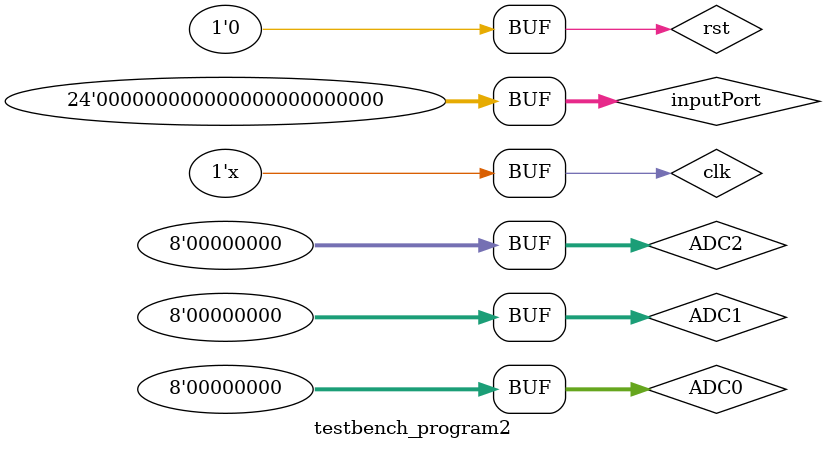
<source format=v>
`timescale 1ns / 1ps

// THIS TESTBENCH RUNS PROGRAM 2, WITH PROGRAM 1 CALLED AS AN INTERRUPT ON THE FALLING EDGE OF INPUTPORT[5]


module testbench_program2(

    );
    
    parameter PROGRAM = 2;
    
    reg clk, rst;
    reg [23:0] inputPort;
    reg [7:0] ADC0, ADC1, ADC2;
    wire [23:0] outputPort;
    wire [3:0] outputPWM;
    
    RK2040 #(
        .PROGRAM    (PROGRAM)
    ) MODULE_UNDER_TEST (
        .clk        (clk),
        .rst        (rst),
        .inputPort  (inputPort),
        .ADC0       (ADC0),
        .ADC1       (ADC1),
        .ADC2       (ADC2),
        .outputPort (outputPort),
        .outputPWM  (outputPWM)
    );
    
    initial begin
        clk <= 0;
        rst <= 1;
        inputPort <= 0;
        ADC0 <= 0;
        ADC1 <= 0;
        ADC2 <= 0;
        #40 rst = 0;
    end
    
    always #10 clk <= ~clk;
    
endmodule
</source>
